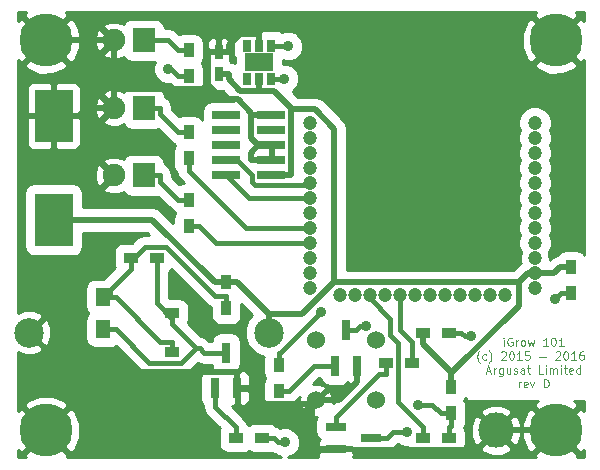
<source format=gtl>
%TF.GenerationSoftware,KiCad,Pcbnew,4.0.3+e1-6302~38~ubuntu16.04.1-stable*%
%TF.CreationDate,2016-08-30T13:53:10+01:00*%
%TF.ProjectId,igrow-101,6967726F772D3130312E6B696361645F,101*%
%TF.FileFunction,Copper,L1,Top,Signal*%
%FSLAX46Y46*%
G04 Gerber Fmt 4.6, Leading zero omitted, Abs format (unit mm)*
G04 Created by KiCad (PCBNEW 4.0.3+e1-6302~38~ubuntu16.04.1-stable) date Tue Aug 30 13:53:10 2016*
%MOMM*%
%LPD*%
G01*
G04 APERTURE LIST*
%ADD10C,0.100000*%
%ADD11C,0.125000*%
%ADD12R,0.750000X1.200000*%
%ADD13R,3.299460X4.500880*%
%ADD14R,3.299460X4.498340*%
%ADD15R,0.900000X1.200000*%
%ADD16R,1.200000X0.900000*%
%ADD17C,1.524000*%
%ADD18R,1.300000X1.500000*%
%ADD19R,2.400000X0.740000*%
%ADD20R,1.220000X0.910000*%
%ADD21R,1.900000X2.000000*%
%ADD22C,1.900000*%
%ADD23C,4.500000*%
%ADD24R,0.800100X1.800860*%
%ADD25R,1.800860X0.800100*%
%ADD26C,3.000000*%
%ADD27R,0.800000X1.000000*%
%ADD28R,2.400000X1.500000*%
%ADD29C,1.200000*%
%ADD30C,2.500000*%
%ADD31C,0.889000*%
%ADD32C,0.500000*%
%ADD33C,0.381000*%
%ADD34C,0.254000*%
G04 APERTURE END LIST*
D10*
D11*
X173378334Y-122379167D02*
X173378334Y-121912500D01*
X173378334Y-121679167D02*
X173345000Y-121712500D01*
X173378334Y-121745833D01*
X173411667Y-121712500D01*
X173378334Y-121679167D01*
X173378334Y-121745833D01*
X174078333Y-121712500D02*
X174011667Y-121679167D01*
X173911667Y-121679167D01*
X173811667Y-121712500D01*
X173745000Y-121779167D01*
X173711667Y-121845833D01*
X173678333Y-121979167D01*
X173678333Y-122079167D01*
X173711667Y-122212500D01*
X173745000Y-122279167D01*
X173811667Y-122345833D01*
X173911667Y-122379167D01*
X173978333Y-122379167D01*
X174078333Y-122345833D01*
X174111667Y-122312500D01*
X174111667Y-122079167D01*
X173978333Y-122079167D01*
X174411667Y-122379167D02*
X174411667Y-121912500D01*
X174411667Y-122045833D02*
X174445000Y-121979167D01*
X174478333Y-121945833D01*
X174545000Y-121912500D01*
X174611667Y-121912500D01*
X174945000Y-122379167D02*
X174878333Y-122345833D01*
X174845000Y-122312500D01*
X174811666Y-122245833D01*
X174811666Y-122045833D01*
X174845000Y-121979167D01*
X174878333Y-121945833D01*
X174945000Y-121912500D01*
X175045000Y-121912500D01*
X175111666Y-121945833D01*
X175145000Y-121979167D01*
X175178333Y-122045833D01*
X175178333Y-122245833D01*
X175145000Y-122312500D01*
X175111666Y-122345833D01*
X175045000Y-122379167D01*
X174945000Y-122379167D01*
X175411666Y-121912500D02*
X175544999Y-122379167D01*
X175678333Y-122045833D01*
X175811666Y-122379167D01*
X175944999Y-121912500D01*
X177111665Y-122379167D02*
X176711665Y-122379167D01*
X176911665Y-122379167D02*
X176911665Y-121679167D01*
X176844999Y-121779167D01*
X176778332Y-121845833D01*
X176711665Y-121879167D01*
X177544999Y-121679167D02*
X177611666Y-121679167D01*
X177678332Y-121712500D01*
X177711666Y-121745833D01*
X177744999Y-121812500D01*
X177778332Y-121945833D01*
X177778332Y-122112500D01*
X177744999Y-122245833D01*
X177711666Y-122312500D01*
X177678332Y-122345833D01*
X177611666Y-122379167D01*
X177544999Y-122379167D01*
X177478332Y-122345833D01*
X177444999Y-122312500D01*
X177411666Y-122245833D01*
X177378332Y-122112500D01*
X177378332Y-121945833D01*
X177411666Y-121812500D01*
X177444999Y-121745833D01*
X177478332Y-121712500D01*
X177544999Y-121679167D01*
X178444999Y-122379167D02*
X178044999Y-122379167D01*
X178244999Y-122379167D02*
X178244999Y-121679167D01*
X178178333Y-121779167D01*
X178111666Y-121845833D01*
X178044999Y-121879167D01*
X171328333Y-123820833D02*
X171294999Y-123787500D01*
X171228333Y-123687500D01*
X171194999Y-123620833D01*
X171161666Y-123520833D01*
X171128333Y-123354167D01*
X171128333Y-123220833D01*
X171161666Y-123054167D01*
X171194999Y-122954167D01*
X171228333Y-122887500D01*
X171294999Y-122787500D01*
X171328333Y-122754167D01*
X171895000Y-123520833D02*
X171828333Y-123554167D01*
X171695000Y-123554167D01*
X171628333Y-123520833D01*
X171595000Y-123487500D01*
X171561666Y-123420833D01*
X171561666Y-123220833D01*
X171595000Y-123154167D01*
X171628333Y-123120833D01*
X171695000Y-123087500D01*
X171828333Y-123087500D01*
X171895000Y-123120833D01*
X172128333Y-123820833D02*
X172161666Y-123787500D01*
X172228333Y-123687500D01*
X172261666Y-123620833D01*
X172295000Y-123520833D01*
X172328333Y-123354167D01*
X172328333Y-123220833D01*
X172295000Y-123054167D01*
X172261666Y-122954167D01*
X172228333Y-122887500D01*
X172161666Y-122787500D01*
X172128333Y-122754167D01*
X173161666Y-122920833D02*
X173195000Y-122887500D01*
X173261666Y-122854167D01*
X173428333Y-122854167D01*
X173495000Y-122887500D01*
X173528333Y-122920833D01*
X173561666Y-122987500D01*
X173561666Y-123054167D01*
X173528333Y-123154167D01*
X173128333Y-123554167D01*
X173561666Y-123554167D01*
X173995000Y-122854167D02*
X174061667Y-122854167D01*
X174128333Y-122887500D01*
X174161667Y-122920833D01*
X174195000Y-122987500D01*
X174228333Y-123120833D01*
X174228333Y-123287500D01*
X174195000Y-123420833D01*
X174161667Y-123487500D01*
X174128333Y-123520833D01*
X174061667Y-123554167D01*
X173995000Y-123554167D01*
X173928333Y-123520833D01*
X173895000Y-123487500D01*
X173861667Y-123420833D01*
X173828333Y-123287500D01*
X173828333Y-123120833D01*
X173861667Y-122987500D01*
X173895000Y-122920833D01*
X173928333Y-122887500D01*
X173995000Y-122854167D01*
X174895000Y-123554167D02*
X174495000Y-123554167D01*
X174695000Y-123554167D02*
X174695000Y-122854167D01*
X174628334Y-122954167D01*
X174561667Y-123020833D01*
X174495000Y-123054167D01*
X175528334Y-122854167D02*
X175195001Y-122854167D01*
X175161667Y-123187500D01*
X175195001Y-123154167D01*
X175261667Y-123120833D01*
X175428334Y-123120833D01*
X175495001Y-123154167D01*
X175528334Y-123187500D01*
X175561667Y-123254167D01*
X175561667Y-123420833D01*
X175528334Y-123487500D01*
X175495001Y-123520833D01*
X175428334Y-123554167D01*
X175261667Y-123554167D01*
X175195001Y-123520833D01*
X175161667Y-123487500D01*
X176395001Y-123287500D02*
X176928334Y-123287500D01*
X177761667Y-122920833D02*
X177795001Y-122887500D01*
X177861667Y-122854167D01*
X178028334Y-122854167D01*
X178095001Y-122887500D01*
X178128334Y-122920833D01*
X178161667Y-122987500D01*
X178161667Y-123054167D01*
X178128334Y-123154167D01*
X177728334Y-123554167D01*
X178161667Y-123554167D01*
X178595001Y-122854167D02*
X178661668Y-122854167D01*
X178728334Y-122887500D01*
X178761668Y-122920833D01*
X178795001Y-122987500D01*
X178828334Y-123120833D01*
X178828334Y-123287500D01*
X178795001Y-123420833D01*
X178761668Y-123487500D01*
X178728334Y-123520833D01*
X178661668Y-123554167D01*
X178595001Y-123554167D01*
X178528334Y-123520833D01*
X178495001Y-123487500D01*
X178461668Y-123420833D01*
X178428334Y-123287500D01*
X178428334Y-123120833D01*
X178461668Y-122987500D01*
X178495001Y-122920833D01*
X178528334Y-122887500D01*
X178595001Y-122854167D01*
X179495001Y-123554167D02*
X179095001Y-123554167D01*
X179295001Y-123554167D02*
X179295001Y-122854167D01*
X179228335Y-122954167D01*
X179161668Y-123020833D01*
X179095001Y-123054167D01*
X180095002Y-122854167D02*
X179961668Y-122854167D01*
X179895002Y-122887500D01*
X179861668Y-122920833D01*
X179795002Y-123020833D01*
X179761668Y-123154167D01*
X179761668Y-123420833D01*
X179795002Y-123487500D01*
X179828335Y-123520833D01*
X179895002Y-123554167D01*
X180028335Y-123554167D01*
X180095002Y-123520833D01*
X180128335Y-123487500D01*
X180161668Y-123420833D01*
X180161668Y-123254167D01*
X180128335Y-123187500D01*
X180095002Y-123154167D01*
X180028335Y-123120833D01*
X179895002Y-123120833D01*
X179828335Y-123154167D01*
X179795002Y-123187500D01*
X179761668Y-123254167D01*
X171911668Y-124529167D02*
X172245002Y-124529167D01*
X171845002Y-124729167D02*
X172078335Y-124029167D01*
X172311668Y-124729167D01*
X172545002Y-124729167D02*
X172545002Y-124262500D01*
X172545002Y-124395833D02*
X172578335Y-124329167D01*
X172611668Y-124295833D01*
X172678335Y-124262500D01*
X172745002Y-124262500D01*
X173278335Y-124262500D02*
X173278335Y-124829167D01*
X173245001Y-124895833D01*
X173211668Y-124929167D01*
X173145001Y-124962500D01*
X173045001Y-124962500D01*
X172978335Y-124929167D01*
X173278335Y-124695833D02*
X173211668Y-124729167D01*
X173078335Y-124729167D01*
X173011668Y-124695833D01*
X172978335Y-124662500D01*
X172945001Y-124595833D01*
X172945001Y-124395833D01*
X172978335Y-124329167D01*
X173011668Y-124295833D01*
X173078335Y-124262500D01*
X173211668Y-124262500D01*
X173278335Y-124295833D01*
X173911668Y-124262500D02*
X173911668Y-124729167D01*
X173611668Y-124262500D02*
X173611668Y-124629167D01*
X173645001Y-124695833D01*
X173711668Y-124729167D01*
X173811668Y-124729167D01*
X173878334Y-124695833D01*
X173911668Y-124662500D01*
X174211667Y-124695833D02*
X174278334Y-124729167D01*
X174411667Y-124729167D01*
X174478334Y-124695833D01*
X174511667Y-124629167D01*
X174511667Y-124595833D01*
X174478334Y-124529167D01*
X174411667Y-124495833D01*
X174311667Y-124495833D01*
X174245001Y-124462500D01*
X174211667Y-124395833D01*
X174211667Y-124362500D01*
X174245001Y-124295833D01*
X174311667Y-124262500D01*
X174411667Y-124262500D01*
X174478334Y-124295833D01*
X175111668Y-124729167D02*
X175111668Y-124362500D01*
X175078334Y-124295833D01*
X175011668Y-124262500D01*
X174878334Y-124262500D01*
X174811668Y-124295833D01*
X175111668Y-124695833D02*
X175045001Y-124729167D01*
X174878334Y-124729167D01*
X174811668Y-124695833D01*
X174778334Y-124629167D01*
X174778334Y-124562500D01*
X174811668Y-124495833D01*
X174878334Y-124462500D01*
X175045001Y-124462500D01*
X175111668Y-124429167D01*
X175345001Y-124262500D02*
X175611667Y-124262500D01*
X175445001Y-124029167D02*
X175445001Y-124629167D01*
X175478334Y-124695833D01*
X175545001Y-124729167D01*
X175611667Y-124729167D01*
X176711667Y-124729167D02*
X176378334Y-124729167D01*
X176378334Y-124029167D01*
X176945001Y-124729167D02*
X176945001Y-124262500D01*
X176945001Y-124029167D02*
X176911667Y-124062500D01*
X176945001Y-124095833D01*
X176978334Y-124062500D01*
X176945001Y-124029167D01*
X176945001Y-124095833D01*
X177278334Y-124729167D02*
X177278334Y-124262500D01*
X177278334Y-124329167D02*
X177311667Y-124295833D01*
X177378334Y-124262500D01*
X177478334Y-124262500D01*
X177545000Y-124295833D01*
X177578334Y-124362500D01*
X177578334Y-124729167D01*
X177578334Y-124362500D02*
X177611667Y-124295833D01*
X177678334Y-124262500D01*
X177778334Y-124262500D01*
X177845000Y-124295833D01*
X177878334Y-124362500D01*
X177878334Y-124729167D01*
X178211667Y-124729167D02*
X178211667Y-124262500D01*
X178211667Y-124029167D02*
X178178333Y-124062500D01*
X178211667Y-124095833D01*
X178245000Y-124062500D01*
X178211667Y-124029167D01*
X178211667Y-124095833D01*
X178445000Y-124262500D02*
X178711666Y-124262500D01*
X178545000Y-124029167D02*
X178545000Y-124629167D01*
X178578333Y-124695833D01*
X178645000Y-124729167D01*
X178711666Y-124729167D01*
X179211666Y-124695833D02*
X179145000Y-124729167D01*
X179011666Y-124729167D01*
X178945000Y-124695833D01*
X178911666Y-124629167D01*
X178911666Y-124362500D01*
X178945000Y-124295833D01*
X179011666Y-124262500D01*
X179145000Y-124262500D01*
X179211666Y-124295833D01*
X179245000Y-124362500D01*
X179245000Y-124429167D01*
X178911666Y-124495833D01*
X179845000Y-124729167D02*
X179845000Y-124029167D01*
X179845000Y-124695833D02*
X179778333Y-124729167D01*
X179645000Y-124729167D01*
X179578333Y-124695833D01*
X179545000Y-124662500D01*
X179511666Y-124595833D01*
X179511666Y-124395833D01*
X179545000Y-124329167D01*
X179578333Y-124295833D01*
X179645000Y-124262500D01*
X179778333Y-124262500D01*
X179845000Y-124295833D01*
X174661668Y-125904167D02*
X174661668Y-125437500D01*
X174661668Y-125570833D02*
X174695001Y-125504167D01*
X174728334Y-125470833D01*
X174795001Y-125437500D01*
X174861668Y-125437500D01*
X175361667Y-125870833D02*
X175295001Y-125904167D01*
X175161667Y-125904167D01*
X175095001Y-125870833D01*
X175061667Y-125804167D01*
X175061667Y-125537500D01*
X175095001Y-125470833D01*
X175161667Y-125437500D01*
X175295001Y-125437500D01*
X175361667Y-125470833D01*
X175395001Y-125537500D01*
X175395001Y-125604167D01*
X175061667Y-125670833D01*
X175628334Y-125437500D02*
X175795001Y-125904167D01*
X175961667Y-125437500D01*
X176761667Y-125904167D02*
X176761667Y-125204167D01*
X176928333Y-125204167D01*
X177028333Y-125237500D01*
X177095000Y-125304167D01*
X177128333Y-125370833D01*
X177161667Y-125504167D01*
X177161667Y-125604167D01*
X177128333Y-125737500D01*
X177095000Y-125804167D01*
X177028333Y-125870833D01*
X176928333Y-125904167D01*
X176761667Y-125904167D01*
D12*
X149225000Y-99375000D03*
X149225000Y-97475000D03*
D13*
X135255000Y-102915720D03*
D14*
X135255000Y-111714280D03*
D15*
X168910000Y-125900000D03*
X168910000Y-128100000D03*
D16*
X166540000Y-130175000D03*
X168740000Y-130175000D03*
X150665000Y-130175000D03*
X152865000Y-130175000D03*
D15*
X149860000Y-117010000D03*
X149860000Y-119210000D03*
X146685000Y-112225000D03*
X146685000Y-110025000D03*
D16*
X141775000Y-114935000D03*
X143975000Y-114935000D03*
D15*
X146685000Y-106510000D03*
X146685000Y-104310000D03*
X146685000Y-99525000D03*
X146685000Y-97325000D03*
X154305000Y-126195000D03*
X154305000Y-123995000D03*
D16*
X163365000Y-123825000D03*
X165565000Y-123825000D03*
X166540000Y-121285000D03*
X168740000Y-121285000D03*
D17*
X162560000Y-127000000D03*
X157480000Y-127000000D03*
X157480000Y-121920000D03*
X162560000Y-121920000D03*
D18*
X139446000Y-118284000D03*
X139446000Y-120984000D03*
D19*
X153670000Y-107950000D03*
X149860000Y-107950000D03*
X153670000Y-106680000D03*
X149860000Y-106680000D03*
X153670000Y-105410000D03*
X149860000Y-105410000D03*
X153670000Y-104140000D03*
X149860000Y-104140000D03*
X153670000Y-102870000D03*
X149860000Y-102870000D03*
D20*
X145288000Y-119634000D03*
X145288000Y-122910600D03*
D21*
X142875000Y-107950000D03*
D22*
X140335000Y-107950000D03*
D21*
X142875000Y-102235000D03*
D22*
X140335000Y-102235000D03*
D21*
X142875000Y-96520000D03*
D22*
X140335000Y-96520000D03*
D15*
X179070000Y-115740000D03*
X179070000Y-117940000D03*
D23*
X134620000Y-96520000D03*
X134620000Y-129540000D03*
X177800000Y-129540000D03*
X177800000Y-96520000D03*
D24*
X148910000Y-125961140D03*
X150810000Y-125961140D03*
X149860000Y-122958860D03*
X159070000Y-124056140D03*
X160970000Y-124056140D03*
X160020000Y-121053860D03*
D25*
X159153860Y-129225000D03*
X159153860Y-131125000D03*
X162156140Y-130175000D03*
D26*
X172720000Y-129540000D03*
D27*
X153670000Y-96955000D03*
X152670000Y-96955000D03*
X151670000Y-96955000D03*
X151670000Y-99755000D03*
X152670000Y-99755000D03*
X153670000Y-99755000D03*
D28*
X152670000Y-98355000D03*
D29*
X176000000Y-103500000D03*
X176000000Y-104770000D03*
X176000000Y-106040000D03*
X176000000Y-107310000D03*
X176000000Y-108580000D03*
X176000000Y-109850000D03*
X176000000Y-111120000D03*
X176000000Y-112390000D03*
X176000000Y-113660000D03*
X176000000Y-114930000D03*
X176000000Y-116200000D03*
X176000000Y-117470000D03*
X173460000Y-118105000D03*
X172190000Y-118105000D03*
X170920000Y-118105000D03*
X169650000Y-118105000D03*
X168380000Y-118105000D03*
X167110000Y-118105000D03*
X165840000Y-118105000D03*
X164570000Y-118105000D03*
X163300000Y-118105000D03*
X162030000Y-118105000D03*
X160760000Y-118105000D03*
X159490000Y-118105000D03*
X156950000Y-117470000D03*
X156950000Y-116200000D03*
X156950000Y-114930000D03*
X156950000Y-113660000D03*
X156950000Y-112390000D03*
X156950000Y-111120000D03*
X156950000Y-109850000D03*
X156950000Y-108580000D03*
X156950000Y-107310000D03*
X156950000Y-106040000D03*
X156950000Y-104770000D03*
X156950000Y-103500000D03*
D30*
X153500000Y-121250000D03*
X133180000Y-121250000D03*
D31*
X166087100Y-127404400D03*
X154837700Y-130554600D03*
X154792900Y-99755000D03*
X155140200Y-96991800D03*
X161715600Y-120689800D03*
X165220400Y-129694000D03*
X144974600Y-98968100D03*
X157873800Y-119523300D03*
X170619800Y-121563900D03*
X177671200Y-118431200D03*
D32*
X172720000Y-129540000D02*
X177800000Y-129540000D01*
X171067500Y-131192500D02*
X172720000Y-129540000D01*
X160626100Y-131192500D02*
X171067500Y-131192500D01*
X160558600Y-131125000D02*
X160626100Y-131192500D01*
X159856300Y-131125000D02*
X160558600Y-131125000D01*
X159856300Y-131125000D02*
X159153900Y-131125000D01*
X135255000Y-102915700D02*
X137409000Y-102915700D01*
X150896300Y-125961100D02*
X151714400Y-125961100D01*
X150896300Y-125961100D02*
X150810000Y-125961100D01*
X150810000Y-125961100D02*
X150810000Y-124556400D01*
X153670000Y-105410000D02*
X152817900Y-105410000D01*
X153670000Y-106680000D02*
X151965700Y-106680000D01*
X159153900Y-131125000D02*
X157749200Y-131125000D01*
X157149900Y-130525700D02*
X157749200Y-131125000D01*
X157149900Y-127330100D02*
X157149900Y-130525700D01*
X153083400Y-127330100D02*
X157149900Y-127330100D01*
X151714400Y-125961100D02*
X153083400Y-127330100D01*
X136863600Y-127296400D02*
X134620000Y-129540000D01*
X136863600Y-124933600D02*
X136863600Y-127296400D01*
X133180000Y-121250000D02*
X136863600Y-124933600D01*
X137240800Y-124556400D02*
X150810000Y-124556400D01*
X136863600Y-124933600D02*
X137240800Y-124556400D01*
X134620000Y-96520000D02*
X140335000Y-96520000D01*
X150104300Y-96897900D02*
X150104300Y-97475000D01*
X151051500Y-95950700D02*
X150104300Y-96897900D01*
X152670000Y-95950700D02*
X151051500Y-95950700D01*
X152670000Y-96955000D02*
X152670000Y-95950700D01*
X149664700Y-97475000D02*
X150104300Y-97475000D01*
X153670000Y-102870000D02*
X151965700Y-102870000D01*
X151965700Y-104801300D02*
X152574400Y-105410000D01*
X151965700Y-102870000D02*
X151965700Y-104801300D01*
X152817900Y-105410000D02*
X152574400Y-105410000D01*
X151965700Y-106018700D02*
X151965700Y-106680000D01*
X152574400Y-105410000D02*
X151965700Y-106018700D01*
X138089700Y-102235000D02*
X137409000Y-102915700D01*
X140335000Y-102235000D02*
X138089700Y-102235000D01*
X149664700Y-97475000D02*
X149225000Y-97475000D01*
X149225000Y-97475000D02*
X148345700Y-97475000D01*
X140335000Y-102235000D02*
X140335000Y-100657600D01*
X140335000Y-100657600D02*
X140335000Y-96520000D01*
X147940200Y-100657600D02*
X148345700Y-100252100D01*
X140335000Y-100657600D02*
X147940200Y-100657600D01*
X148345700Y-97475000D02*
X148345700Y-100252100D01*
X151965700Y-102631100D02*
X151965700Y-102870000D01*
X150848300Y-101513700D02*
X151965700Y-102631100D01*
X149607300Y-101513700D02*
X150848300Y-101513700D01*
X148345700Y-100252100D02*
X149607300Y-101513700D01*
X157149900Y-127330100D02*
X157480000Y-127000000D01*
X159430800Y-127000000D02*
X160970000Y-125460800D01*
X157480000Y-127000000D02*
X159430800Y-127000000D01*
X160970000Y-124056100D02*
X160970000Y-125460800D01*
X179070000Y-115740000D02*
X178115700Y-115740000D01*
X152670000Y-99755000D02*
X152670000Y-100759300D01*
X149225000Y-99375000D02*
X150104300Y-99375000D01*
X166540000Y-121285000D02*
X166540000Y-122239300D01*
X168910000Y-125900000D02*
X168910000Y-124795700D01*
X177655700Y-116200000D02*
X176000000Y-116200000D01*
X178115700Y-115740000D02*
X177655700Y-116200000D01*
X168910000Y-124609200D02*
X168910000Y-124795700D01*
X168909900Y-124609200D02*
X166540000Y-122239300D01*
X168910000Y-124609200D02*
X168909900Y-124609200D01*
X169014400Y-124609200D02*
X168910000Y-124609200D01*
X174619900Y-119003700D02*
X169014400Y-124609200D01*
X174619900Y-116993800D02*
X174619900Y-119003700D01*
X175413700Y-116200000D02*
X176000000Y-116200000D01*
X174619900Y-116993800D02*
X175413700Y-116200000D01*
X149860000Y-117010000D02*
X148905700Y-117010000D01*
X143610000Y-111714300D02*
X148905700Y-117010000D01*
X135255000Y-111714300D02*
X143610000Y-111714300D01*
X151049000Y-100759300D02*
X152670000Y-100759300D01*
X150104300Y-99814600D02*
X151049000Y-100759300D01*
X150104300Y-99375000D02*
X150104300Y-99814600D01*
X149860000Y-117010000D02*
X150814300Y-117010000D01*
X153500000Y-121250000D02*
X153500000Y-119695700D01*
X153500000Y-119695700D02*
X150814300Y-117010000D01*
X174619900Y-116993800D02*
X158988000Y-116993800D01*
X156286100Y-119695700D02*
X153500000Y-119695700D01*
X158988000Y-116993800D02*
X156286100Y-119695700D01*
X153670000Y-107950000D02*
X155374300Y-107950000D01*
X157359700Y-102348000D02*
X155374300Y-102348000D01*
X158988000Y-103976300D02*
X157359700Y-102348000D01*
X158988000Y-116993800D02*
X158988000Y-103976300D01*
X155374300Y-102255500D02*
X155374300Y-102348000D01*
X153878100Y-100759300D02*
X155374300Y-102255500D01*
X152670000Y-100759300D02*
X153878100Y-100759300D01*
X155374300Y-102348000D02*
X155374300Y-107950000D01*
D33*
X149860000Y-122958900D02*
X149437600Y-122958900D01*
X139446000Y-120984000D02*
X140540800Y-120984000D01*
X147325000Y-122570700D02*
X145288000Y-120533800D01*
X147622000Y-122570700D02*
X147325000Y-122570700D01*
X148010200Y-122958900D02*
X147622000Y-122570700D01*
X149437600Y-122958900D02*
X148010200Y-122958900D01*
X143367300Y-123810500D02*
X140540800Y-120984000D01*
X146085200Y-123810500D02*
X143367300Y-123810500D01*
X147325000Y-122570700D02*
X146085200Y-123810500D01*
X145288000Y-119634000D02*
X145288000Y-120083900D01*
X145288000Y-120083900D02*
X145288000Y-120533800D01*
X143975000Y-118770900D02*
X143975000Y-114935000D01*
X145288000Y-120083900D02*
X143975000Y-118770900D01*
X144267600Y-122010800D02*
X140540800Y-118284000D01*
X145288000Y-122010800D02*
X144267600Y-122010800D01*
X145288000Y-122910600D02*
X145288000Y-122010800D01*
X139446000Y-118284000D02*
X139993400Y-118284000D01*
X139993400Y-118284000D02*
X140540800Y-118284000D01*
X139993400Y-117611400D02*
X141775000Y-115829800D01*
X139993400Y-118284000D02*
X139993400Y-117611400D01*
X141775000Y-115223500D02*
X141775000Y-115829800D01*
X141775000Y-115223500D02*
X141775000Y-115194300D01*
X141775000Y-114935000D02*
X141775000Y-115194300D01*
X148948000Y-118165200D02*
X149860000Y-118165200D01*
X144777500Y-113994700D02*
X148948000Y-118165200D01*
X142974600Y-113994700D02*
X144777500Y-113994700D01*
X141775000Y-115194300D02*
X142974600Y-113994700D01*
X149860000Y-119210000D02*
X149860000Y-118165200D01*
X144269800Y-108504600D02*
X145790200Y-110025000D01*
X144269800Y-107950000D02*
X144269800Y-108504600D01*
X146685000Y-110025000D02*
X145790200Y-110025000D01*
X142875000Y-107950000D02*
X144269800Y-107950000D01*
X144269800Y-102789600D02*
X145790200Y-104310000D01*
X144269800Y-102235000D02*
X144269800Y-102789600D01*
X146685000Y-104310000D02*
X145790200Y-104310000D01*
X142875000Y-102235000D02*
X144269800Y-102235000D01*
X151760000Y-109850000D02*
X149860000Y-107950000D01*
X156950000Y-109850000D02*
X151760000Y-109850000D01*
X150815700Y-106680000D02*
X149860000Y-106680000D01*
X152025100Y-107889400D02*
X150815700Y-106680000D01*
X152025100Y-108519200D02*
X152025100Y-107889400D01*
X152270800Y-108764900D02*
X152025100Y-108519200D01*
X156765100Y-108764900D02*
X152270800Y-108764900D01*
X156950000Y-108580000D02*
X156765100Y-108764900D01*
X148910000Y-127525200D02*
X150665000Y-129280200D01*
X148910000Y-125961100D02*
X148910000Y-127525200D01*
X150665000Y-130175000D02*
X150665000Y-129280200D01*
X157338700Y-124056100D02*
X155199800Y-126195000D01*
X159070000Y-124056100D02*
X157338700Y-124056100D01*
X154305000Y-126195000D02*
X155199800Y-126195000D01*
X162814300Y-124719800D02*
X163365000Y-124719800D01*
X159153900Y-128380200D02*
X162814300Y-124719800D01*
X163365000Y-123825000D02*
X163365000Y-124719800D01*
X159153900Y-129225000D02*
X159153900Y-128380200D01*
X168875400Y-129144800D02*
X168910000Y-129144800D01*
X168740000Y-129280200D02*
X168875400Y-129144800D01*
X168740000Y-130175000D02*
X168740000Y-129280200D01*
X168910000Y-128100000D02*
X168910000Y-129144800D01*
X167319600Y-127404400D02*
X168015200Y-128100000D01*
X166087100Y-127404400D02*
X167319600Y-127404400D01*
X168910000Y-128100000D02*
X168015200Y-128100000D01*
X154289400Y-130554600D02*
X153909800Y-130175000D01*
X154837700Y-130554600D02*
X154289400Y-130554600D01*
X152865000Y-130175000D02*
X153909800Y-130175000D01*
X165565000Y-123825000D02*
X165565000Y-122930200D01*
X164570000Y-121036900D02*
X164570000Y-118105000D01*
X165565000Y-122031900D02*
X164570000Y-121036900D01*
X165565000Y-122930200D02*
X165565000Y-122031900D01*
X153670000Y-99755000D02*
X154514800Y-99755000D01*
X154514800Y-99755000D02*
X154792900Y-99755000D01*
X154551600Y-96991800D02*
X154514800Y-96955000D01*
X155140200Y-96991800D02*
X154551600Y-96991800D01*
X153670000Y-96955000D02*
X154514800Y-96955000D01*
X144985200Y-96520000D02*
X145790200Y-97325000D01*
X142875000Y-96520000D02*
X144985200Y-96520000D01*
X146685000Y-97325000D02*
X145790200Y-97325000D01*
X160020000Y-121053900D02*
X160864900Y-121053900D01*
X161229000Y-120689800D02*
X161715600Y-120689800D01*
X160864900Y-121053900D02*
X161229000Y-120689800D01*
X162156100Y-130175000D02*
X163501300Y-130175000D01*
X163982300Y-129694000D02*
X165220400Y-129694000D01*
X163501300Y-130175000D02*
X163982300Y-129694000D01*
X164409900Y-127150100D02*
X166540000Y-129280200D01*
X164409900Y-122128000D02*
X164409900Y-127150100D01*
X163766900Y-121485000D02*
X164409900Y-122128000D01*
X163766900Y-120103100D02*
X163766900Y-121485000D01*
X162030000Y-118366200D02*
X163766900Y-120103100D01*
X162030000Y-118105000D02*
X162030000Y-118366200D01*
X166540000Y-130175000D02*
X166540000Y-129280200D01*
X149014800Y-113660000D02*
X147579800Y-112225000D01*
X156950000Y-113660000D02*
X149014800Y-113660000D01*
X146685000Y-112225000D02*
X147579800Y-112225000D01*
X151520200Y-112390000D02*
X146685000Y-107554800D01*
X156950000Y-112390000D02*
X151520200Y-112390000D01*
X146685000Y-106510000D02*
X146685000Y-107554800D01*
X145233300Y-98968100D02*
X145790200Y-99525000D01*
X144974600Y-98968100D02*
X145233300Y-98968100D01*
X146685000Y-99525000D02*
X145790200Y-99525000D01*
X154305000Y-123995000D02*
X154305000Y-122950200D01*
X154446900Y-122950200D02*
X157873800Y-119523300D01*
X154305000Y-122950200D02*
X154446900Y-122950200D01*
X170063700Y-121563900D02*
X169784800Y-121285000D01*
X170619800Y-121563900D02*
X170063700Y-121563900D01*
X168740000Y-121285000D02*
X169784800Y-121285000D01*
X177684000Y-118431200D02*
X178175200Y-117940000D01*
X177671200Y-118431200D02*
X177684000Y-118431200D01*
X179070000Y-117940000D02*
X178175200Y-117940000D01*
D34*
G36*
X148228519Y-118884681D02*
X148558620Y-119105247D01*
X148566799Y-119106874D01*
X148566799Y-119810000D01*
X148624465Y-120116468D01*
X148805587Y-120397939D01*
X149081948Y-120586769D01*
X149410000Y-120653201D01*
X150310000Y-120653201D01*
X150616468Y-120595535D01*
X150897939Y-120414413D01*
X151086769Y-120138052D01*
X151153201Y-119810000D01*
X151153201Y-118872009D01*
X152046948Y-119765756D01*
X151740232Y-120071938D01*
X151423361Y-120835047D01*
X151422640Y-121661328D01*
X151738178Y-122424989D01*
X152321938Y-123009768D01*
X153030250Y-123303885D01*
X153011799Y-123395000D01*
X153011799Y-124595000D01*
X153069465Y-124901468D01*
X153194833Y-125096295D01*
X153078231Y-125266948D01*
X153011799Y-125595000D01*
X153011799Y-126795000D01*
X153069465Y-127101468D01*
X153250587Y-127382939D01*
X153526948Y-127571769D01*
X153855000Y-127638201D01*
X154755000Y-127638201D01*
X155061468Y-127580535D01*
X155342939Y-127399413D01*
X155513254Y-127150150D01*
X155589180Y-127135047D01*
X155919281Y-126914481D01*
X156087160Y-126746602D01*
X156070856Y-126792302D01*
X156098638Y-127347368D01*
X156257603Y-127731143D01*
X156499787Y-127800608D01*
X157300395Y-127000000D01*
X157286253Y-126985858D01*
X157465858Y-126806253D01*
X157480000Y-126820395D01*
X158280608Y-126019787D01*
X158211143Y-125777603D01*
X157687698Y-125590856D01*
X157219470Y-125614292D01*
X157760162Y-125073600D01*
X157848770Y-125073600D01*
X157884415Y-125263038D01*
X158065537Y-125544509D01*
X158341898Y-125733339D01*
X158669950Y-125799771D01*
X159470050Y-125799771D01*
X159776518Y-125742105D01*
X160057989Y-125560983D01*
X160146621Y-125431266D01*
X160210252Y-125494897D01*
X160443641Y-125591570D01*
X160503568Y-125591570D01*
X158889063Y-127206075D01*
X158861362Y-126652632D01*
X158702397Y-126268857D01*
X158460213Y-126199392D01*
X157659605Y-127000000D01*
X157673748Y-127014143D01*
X157494143Y-127193748D01*
X157480000Y-127179605D01*
X156679392Y-127980213D01*
X156748857Y-128222397D01*
X157272302Y-128409144D01*
X157545980Y-128395446D01*
X157476661Y-128496898D01*
X157410229Y-128824950D01*
X157410229Y-129625050D01*
X157467895Y-129931518D01*
X157649017Y-130212989D01*
X157778734Y-130301621D01*
X157715103Y-130365252D01*
X157618430Y-130598641D01*
X157618430Y-130839250D01*
X157777180Y-130998000D01*
X159026860Y-130998000D01*
X159026860Y-130978000D01*
X159280860Y-130978000D01*
X159280860Y-130998000D01*
X159300860Y-130998000D01*
X159300860Y-131252000D01*
X159280860Y-131252000D01*
X159280860Y-131272000D01*
X159026860Y-131272000D01*
X159026860Y-131252000D01*
X157777180Y-131252000D01*
X157618430Y-131410750D01*
X157618430Y-131651359D01*
X157685384Y-131813000D01*
X155121744Y-131813000D01*
X155557006Y-131633154D01*
X155914997Y-131275787D01*
X156108979Y-130808627D01*
X156109420Y-130302793D01*
X155916254Y-129835294D01*
X155558887Y-129477303D01*
X155091727Y-129283321D01*
X154585893Y-129282880D01*
X154453054Y-129337768D01*
X154299180Y-129234953D01*
X154107925Y-129196910D01*
X154069413Y-129137061D01*
X153793052Y-128948231D01*
X153465000Y-128881799D01*
X152265000Y-128881799D01*
X151958532Y-128939465D01*
X151763705Y-129064833D01*
X151620150Y-128966746D01*
X151605047Y-128890820D01*
X151384481Y-128560719D01*
X150320332Y-127496570D01*
X150524250Y-127496570D01*
X150683000Y-127337820D01*
X150683000Y-126088140D01*
X150937000Y-126088140D01*
X150937000Y-127337820D01*
X151095750Y-127496570D01*
X151336359Y-127496570D01*
X151569748Y-127399897D01*
X151748377Y-127221269D01*
X151845050Y-126987880D01*
X151845050Y-126246890D01*
X151686300Y-126088140D01*
X150937000Y-126088140D01*
X150683000Y-126088140D01*
X150663000Y-126088140D01*
X150663000Y-125834140D01*
X150683000Y-125834140D01*
X150683000Y-125814140D01*
X150937000Y-125814140D01*
X150937000Y-125834140D01*
X151686300Y-125834140D01*
X151845050Y-125675390D01*
X151845050Y-124934400D01*
X151748377Y-124701011D01*
X151569748Y-124522383D01*
X151336359Y-124425710D01*
X151095750Y-124425710D01*
X150937002Y-124584458D01*
X150937002Y-124425710D01*
X150873949Y-124425710D01*
X151036819Y-124187342D01*
X151103251Y-123859290D01*
X151103251Y-122058430D01*
X151045585Y-121751962D01*
X150864463Y-121470491D01*
X150588102Y-121281661D01*
X150260050Y-121215229D01*
X149459950Y-121215229D01*
X149153482Y-121272895D01*
X148872011Y-121454017D01*
X148683181Y-121730378D01*
X148640448Y-121941400D01*
X148431662Y-121941400D01*
X148341481Y-121851219D01*
X148011380Y-121630653D01*
X147777350Y-121584101D01*
X146648578Y-120455384D01*
X146674769Y-120417052D01*
X146741201Y-120089000D01*
X146741201Y-119179000D01*
X146683535Y-118872532D01*
X146502413Y-118591061D01*
X146226052Y-118402231D01*
X145898000Y-118335799D01*
X144992500Y-118335799D01*
X144992500Y-116099088D01*
X145162939Y-115989413D01*
X145232072Y-115888234D01*
X148228519Y-118884681D01*
X148228519Y-118884681D01*
G37*
X148228519Y-118884681D02*
X148558620Y-119105247D01*
X148566799Y-119106874D01*
X148566799Y-119810000D01*
X148624465Y-120116468D01*
X148805587Y-120397939D01*
X149081948Y-120586769D01*
X149410000Y-120653201D01*
X150310000Y-120653201D01*
X150616468Y-120595535D01*
X150897939Y-120414413D01*
X151086769Y-120138052D01*
X151153201Y-119810000D01*
X151153201Y-118872009D01*
X152046948Y-119765756D01*
X151740232Y-120071938D01*
X151423361Y-120835047D01*
X151422640Y-121661328D01*
X151738178Y-122424989D01*
X152321938Y-123009768D01*
X153030250Y-123303885D01*
X153011799Y-123395000D01*
X153011799Y-124595000D01*
X153069465Y-124901468D01*
X153194833Y-125096295D01*
X153078231Y-125266948D01*
X153011799Y-125595000D01*
X153011799Y-126795000D01*
X153069465Y-127101468D01*
X153250587Y-127382939D01*
X153526948Y-127571769D01*
X153855000Y-127638201D01*
X154755000Y-127638201D01*
X155061468Y-127580535D01*
X155342939Y-127399413D01*
X155513254Y-127150150D01*
X155589180Y-127135047D01*
X155919281Y-126914481D01*
X156087160Y-126746602D01*
X156070856Y-126792302D01*
X156098638Y-127347368D01*
X156257603Y-127731143D01*
X156499787Y-127800608D01*
X157300395Y-127000000D01*
X157286253Y-126985858D01*
X157465858Y-126806253D01*
X157480000Y-126820395D01*
X158280608Y-126019787D01*
X158211143Y-125777603D01*
X157687698Y-125590856D01*
X157219470Y-125614292D01*
X157760162Y-125073600D01*
X157848770Y-125073600D01*
X157884415Y-125263038D01*
X158065537Y-125544509D01*
X158341898Y-125733339D01*
X158669950Y-125799771D01*
X159470050Y-125799771D01*
X159776518Y-125742105D01*
X160057989Y-125560983D01*
X160146621Y-125431266D01*
X160210252Y-125494897D01*
X160443641Y-125591570D01*
X160503568Y-125591570D01*
X158889063Y-127206075D01*
X158861362Y-126652632D01*
X158702397Y-126268857D01*
X158460213Y-126199392D01*
X157659605Y-127000000D01*
X157673748Y-127014143D01*
X157494143Y-127193748D01*
X157480000Y-127179605D01*
X156679392Y-127980213D01*
X156748857Y-128222397D01*
X157272302Y-128409144D01*
X157545980Y-128395446D01*
X157476661Y-128496898D01*
X157410229Y-128824950D01*
X157410229Y-129625050D01*
X157467895Y-129931518D01*
X157649017Y-130212989D01*
X157778734Y-130301621D01*
X157715103Y-130365252D01*
X157618430Y-130598641D01*
X157618430Y-130839250D01*
X157777180Y-130998000D01*
X159026860Y-130998000D01*
X159026860Y-130978000D01*
X159280860Y-130978000D01*
X159280860Y-130998000D01*
X159300860Y-130998000D01*
X159300860Y-131252000D01*
X159280860Y-131252000D01*
X159280860Y-131272000D01*
X159026860Y-131272000D01*
X159026860Y-131252000D01*
X157777180Y-131252000D01*
X157618430Y-131410750D01*
X157618430Y-131651359D01*
X157685384Y-131813000D01*
X155121744Y-131813000D01*
X155557006Y-131633154D01*
X155914997Y-131275787D01*
X156108979Y-130808627D01*
X156109420Y-130302793D01*
X155916254Y-129835294D01*
X155558887Y-129477303D01*
X155091727Y-129283321D01*
X154585893Y-129282880D01*
X154453054Y-129337768D01*
X154299180Y-129234953D01*
X154107925Y-129196910D01*
X154069413Y-129137061D01*
X153793052Y-128948231D01*
X153465000Y-128881799D01*
X152265000Y-128881799D01*
X151958532Y-128939465D01*
X151763705Y-129064833D01*
X151620150Y-128966746D01*
X151605047Y-128890820D01*
X151384481Y-128560719D01*
X150320332Y-127496570D01*
X150524250Y-127496570D01*
X150683000Y-127337820D01*
X150683000Y-126088140D01*
X150937000Y-126088140D01*
X150937000Y-127337820D01*
X151095750Y-127496570D01*
X151336359Y-127496570D01*
X151569748Y-127399897D01*
X151748377Y-127221269D01*
X151845050Y-126987880D01*
X151845050Y-126246890D01*
X151686300Y-126088140D01*
X150937000Y-126088140D01*
X150683000Y-126088140D01*
X150663000Y-126088140D01*
X150663000Y-125834140D01*
X150683000Y-125834140D01*
X150683000Y-125814140D01*
X150937000Y-125814140D01*
X150937000Y-125834140D01*
X151686300Y-125834140D01*
X151845050Y-125675390D01*
X151845050Y-124934400D01*
X151748377Y-124701011D01*
X151569748Y-124522383D01*
X151336359Y-124425710D01*
X151095750Y-124425710D01*
X150937002Y-124584458D01*
X150937002Y-124425710D01*
X150873949Y-124425710D01*
X151036819Y-124187342D01*
X151103251Y-123859290D01*
X151103251Y-122058430D01*
X151045585Y-121751962D01*
X150864463Y-121470491D01*
X150588102Y-121281661D01*
X150260050Y-121215229D01*
X149459950Y-121215229D01*
X149153482Y-121272895D01*
X148872011Y-121454017D01*
X148683181Y-121730378D01*
X148640448Y-121941400D01*
X148431662Y-121941400D01*
X148341481Y-121851219D01*
X148011380Y-121630653D01*
X147777350Y-121584101D01*
X146648578Y-120455384D01*
X146674769Y-120417052D01*
X146741201Y-120089000D01*
X146741201Y-119179000D01*
X146683535Y-118872532D01*
X146502413Y-118591061D01*
X146226052Y-118402231D01*
X145898000Y-118335799D01*
X144992500Y-118335799D01*
X144992500Y-116099088D01*
X145162939Y-115989413D01*
X145232072Y-115888234D01*
X148228519Y-118884681D01*
G36*
X170134666Y-127037000D02*
X176298092Y-127037000D01*
X176175375Y-127087831D01*
X175924138Y-127484533D01*
X177800000Y-129360395D01*
X179675862Y-127484533D01*
X179424625Y-127087831D01*
X179300535Y-127037000D01*
X180200000Y-127037000D01*
X180200000Y-127882336D01*
X179855467Y-127664138D01*
X177979605Y-129540000D01*
X179855467Y-131415862D01*
X180200000Y-131197664D01*
X180200000Y-131813000D01*
X179538095Y-131813000D01*
X179675862Y-131595467D01*
X177800000Y-129719605D01*
X175924138Y-131595467D01*
X176061905Y-131813000D01*
X160622336Y-131813000D01*
X160689290Y-131651359D01*
X160689290Y-131410750D01*
X160530542Y-131252002D01*
X160689290Y-131252002D01*
X160689290Y-131188949D01*
X160927658Y-131351819D01*
X161255710Y-131418251D01*
X163056570Y-131418251D01*
X163363038Y-131360585D01*
X163644509Y-131179463D01*
X163656725Y-131161584D01*
X163890680Y-131115047D01*
X164220781Y-130894481D01*
X164403762Y-130711500D01*
X164439520Y-130711500D01*
X164499213Y-130771297D01*
X164966373Y-130965279D01*
X165176340Y-130965462D01*
X165335587Y-131212939D01*
X165611948Y-131401769D01*
X165940000Y-131468201D01*
X167140000Y-131468201D01*
X167446468Y-131410535D01*
X167641295Y-131285167D01*
X167811948Y-131401769D01*
X168140000Y-131468201D01*
X169340000Y-131468201D01*
X169646468Y-131410535D01*
X169927939Y-131229413D01*
X170047814Y-131053970D01*
X171385635Y-131053970D01*
X171545418Y-131372739D01*
X172336187Y-131682723D01*
X173185387Y-131666497D01*
X173894582Y-131372739D01*
X174054365Y-131053970D01*
X172720000Y-129719605D01*
X171385635Y-131053970D01*
X170047814Y-131053970D01*
X170116769Y-130953052D01*
X170183201Y-130625000D01*
X170183201Y-129725000D01*
X170125535Y-129418532D01*
X170001582Y-129225904D01*
X170049217Y-129156187D01*
X170577277Y-129156187D01*
X170593503Y-130005387D01*
X170887261Y-130714582D01*
X171206030Y-130874365D01*
X172540395Y-129540000D01*
X172899605Y-129540000D01*
X174233970Y-130874365D01*
X174552739Y-130714582D01*
X174862723Y-129923813D01*
X174846497Y-129074613D01*
X174806250Y-128977446D01*
X174912773Y-128977446D01*
X174917270Y-130125162D01*
X175347831Y-131164625D01*
X175744533Y-131415862D01*
X177620395Y-129540000D01*
X175744533Y-127664138D01*
X175347831Y-127915375D01*
X174912773Y-128977446D01*
X174806250Y-128977446D01*
X174552739Y-128365418D01*
X174233970Y-128205635D01*
X172899605Y-129540000D01*
X172540395Y-129540000D01*
X171206030Y-128205635D01*
X170887261Y-128365418D01*
X170577277Y-129156187D01*
X170049217Y-129156187D01*
X170136769Y-129028052D01*
X170203201Y-128700000D01*
X170203201Y-128026030D01*
X171385635Y-128026030D01*
X172720000Y-129360395D01*
X174054365Y-128026030D01*
X173894582Y-127707261D01*
X173103813Y-127397277D01*
X172254613Y-127413503D01*
X171545418Y-127707261D01*
X171385635Y-128026030D01*
X170203201Y-128026030D01*
X170203201Y-127500000D01*
X170145535Y-127193532D01*
X170020167Y-126998705D01*
X170134666Y-126831130D01*
X170134666Y-127037000D01*
X170134666Y-127037000D01*
G37*
X170134666Y-127037000D02*
X176298092Y-127037000D01*
X176175375Y-127087831D01*
X175924138Y-127484533D01*
X177800000Y-129360395D01*
X179675862Y-127484533D01*
X179424625Y-127087831D01*
X179300535Y-127037000D01*
X180200000Y-127037000D01*
X180200000Y-127882336D01*
X179855467Y-127664138D01*
X177979605Y-129540000D01*
X179855467Y-131415862D01*
X180200000Y-131197664D01*
X180200000Y-131813000D01*
X179538095Y-131813000D01*
X179675862Y-131595467D01*
X177800000Y-129719605D01*
X175924138Y-131595467D01*
X176061905Y-131813000D01*
X160622336Y-131813000D01*
X160689290Y-131651359D01*
X160689290Y-131410750D01*
X160530542Y-131252002D01*
X160689290Y-131252002D01*
X160689290Y-131188949D01*
X160927658Y-131351819D01*
X161255710Y-131418251D01*
X163056570Y-131418251D01*
X163363038Y-131360585D01*
X163644509Y-131179463D01*
X163656725Y-131161584D01*
X163890680Y-131115047D01*
X164220781Y-130894481D01*
X164403762Y-130711500D01*
X164439520Y-130711500D01*
X164499213Y-130771297D01*
X164966373Y-130965279D01*
X165176340Y-130965462D01*
X165335587Y-131212939D01*
X165611948Y-131401769D01*
X165940000Y-131468201D01*
X167140000Y-131468201D01*
X167446468Y-131410535D01*
X167641295Y-131285167D01*
X167811948Y-131401769D01*
X168140000Y-131468201D01*
X169340000Y-131468201D01*
X169646468Y-131410535D01*
X169927939Y-131229413D01*
X170047814Y-131053970D01*
X171385635Y-131053970D01*
X171545418Y-131372739D01*
X172336187Y-131682723D01*
X173185387Y-131666497D01*
X173894582Y-131372739D01*
X174054365Y-131053970D01*
X172720000Y-129719605D01*
X171385635Y-131053970D01*
X170047814Y-131053970D01*
X170116769Y-130953052D01*
X170183201Y-130625000D01*
X170183201Y-129725000D01*
X170125535Y-129418532D01*
X170001582Y-129225904D01*
X170049217Y-129156187D01*
X170577277Y-129156187D01*
X170593503Y-130005387D01*
X170887261Y-130714582D01*
X171206030Y-130874365D01*
X172540395Y-129540000D01*
X172899605Y-129540000D01*
X174233970Y-130874365D01*
X174552739Y-130714582D01*
X174862723Y-129923813D01*
X174846497Y-129074613D01*
X174806250Y-128977446D01*
X174912773Y-128977446D01*
X174917270Y-130125162D01*
X175347831Y-131164625D01*
X175744533Y-131415862D01*
X177620395Y-129540000D01*
X175744533Y-127664138D01*
X175347831Y-127915375D01*
X174912773Y-128977446D01*
X174806250Y-128977446D01*
X174552739Y-128365418D01*
X174233970Y-128205635D01*
X172899605Y-129540000D01*
X172540395Y-129540000D01*
X171206030Y-128205635D01*
X170887261Y-128365418D01*
X170577277Y-129156187D01*
X170049217Y-129156187D01*
X170136769Y-129028052D01*
X170203201Y-128700000D01*
X170203201Y-128026030D01*
X171385635Y-128026030D01*
X172720000Y-129360395D01*
X174054365Y-128026030D01*
X173894582Y-127707261D01*
X173103813Y-127397277D01*
X172254613Y-127413503D01*
X171545418Y-127707261D01*
X171385635Y-128026030D01*
X170203201Y-128026030D01*
X170203201Y-127500000D01*
X170145535Y-127193532D01*
X170020167Y-126998705D01*
X170134666Y-126831130D01*
X170134666Y-127037000D01*
G36*
X132744138Y-94464533D02*
X134620000Y-96340395D01*
X136495862Y-94464533D01*
X136277664Y-94120000D01*
X176142336Y-94120000D01*
X175924138Y-94464533D01*
X177800000Y-96340395D01*
X179675862Y-94464533D01*
X179457664Y-94120000D01*
X180200000Y-94120000D01*
X180200000Y-94862336D01*
X179855467Y-94644138D01*
X177979605Y-96520000D01*
X179855467Y-98395862D01*
X180200000Y-98177664D01*
X180200000Y-114669526D01*
X180124413Y-114552061D01*
X179848052Y-114363231D01*
X179520000Y-114296799D01*
X178620000Y-114296799D01*
X178313532Y-114354465D01*
X178032061Y-114535587D01*
X177918154Y-114702294D01*
X177703550Y-114744982D01*
X177354146Y-114978446D01*
X177246981Y-115085611D01*
X177217482Y-114608587D01*
X177174223Y-114504149D01*
X177209047Y-114469386D01*
X177426752Y-113945093D01*
X177427248Y-113377397D01*
X177281549Y-113024781D01*
X177426752Y-112675093D01*
X177427248Y-112107397D01*
X177281549Y-111754781D01*
X177426752Y-111405093D01*
X177427248Y-110837397D01*
X177281549Y-110484781D01*
X177426752Y-110135093D01*
X177427248Y-109567397D01*
X177281549Y-109214781D01*
X177426752Y-108865093D01*
X177427248Y-108297397D01*
X177281549Y-107944781D01*
X177426752Y-107595093D01*
X177427248Y-107027397D01*
X177281549Y-106674781D01*
X177426752Y-106325093D01*
X177427248Y-105757397D01*
X177281549Y-105404781D01*
X177426752Y-105055093D01*
X177427248Y-104487397D01*
X177281549Y-104134781D01*
X177426752Y-103785093D01*
X177427248Y-103217397D01*
X177210457Y-102692725D01*
X176809386Y-102290953D01*
X176285093Y-102073248D01*
X175717397Y-102072752D01*
X175192725Y-102289543D01*
X174790953Y-102690614D01*
X174573248Y-103214907D01*
X174572752Y-103782603D01*
X174718451Y-104135219D01*
X174573248Y-104484907D01*
X174572752Y-105052603D01*
X174718451Y-105405219D01*
X174573248Y-105754907D01*
X174572752Y-106322603D01*
X174718451Y-106675219D01*
X174573248Y-107024907D01*
X174572752Y-107592603D01*
X174718451Y-107945219D01*
X174573248Y-108294907D01*
X174572752Y-108862603D01*
X174718451Y-109215219D01*
X174573248Y-109564907D01*
X174572752Y-110132603D01*
X174718451Y-110485219D01*
X174573248Y-110834907D01*
X174572752Y-111402603D01*
X174718451Y-111755219D01*
X174573248Y-112104907D01*
X174572752Y-112672603D01*
X174718451Y-113025219D01*
X174573248Y-113374907D01*
X174572752Y-113942603D01*
X174789543Y-114467275D01*
X174836843Y-114514657D01*
X174752193Y-114761036D01*
X174782518Y-115251413D01*
X174814935Y-115329674D01*
X174652146Y-115438446D01*
X174173792Y-115916800D01*
X160065000Y-115916800D01*
X160065000Y-103976300D01*
X159983018Y-103564150D01*
X159749554Y-103214746D01*
X158121254Y-101586446D01*
X157771850Y-101352982D01*
X157359700Y-101271000D01*
X155912908Y-101271000D01*
X155486205Y-100844297D01*
X155512206Y-100833554D01*
X155870197Y-100476187D01*
X156064179Y-100009027D01*
X156064620Y-99503193D01*
X155871454Y-99035694D01*
X155514087Y-98677703D01*
X155267876Y-98575467D01*
X175924138Y-98575467D01*
X176175375Y-98972169D01*
X177237446Y-99407227D01*
X178385162Y-99402730D01*
X179424625Y-98972169D01*
X179675862Y-98575467D01*
X177800000Y-96699605D01*
X175924138Y-98575467D01*
X155267876Y-98575467D01*
X155046927Y-98483721D01*
X154713201Y-98483430D01*
X154713201Y-98191255D01*
X154886173Y-98263079D01*
X155392007Y-98263520D01*
X155859506Y-98070354D01*
X156217497Y-97712987D01*
X156411479Y-97245827D01*
X156411920Y-96739993D01*
X156218754Y-96272494D01*
X155904256Y-95957446D01*
X174912773Y-95957446D01*
X174917270Y-97105162D01*
X175347831Y-98144625D01*
X175744533Y-98395862D01*
X177620395Y-96520000D01*
X175744533Y-94644138D01*
X175347831Y-94895375D01*
X174912773Y-95957446D01*
X155904256Y-95957446D01*
X155861387Y-95914503D01*
X155394227Y-95720521D01*
X154888393Y-95720080D01*
X154620999Y-95830565D01*
X154398052Y-95678231D01*
X154070000Y-95611799D01*
X153270000Y-95611799D01*
X152963532Y-95669465D01*
X152682061Y-95850587D01*
X152671953Y-95865380D01*
X152398052Y-95678231D01*
X152070000Y-95611799D01*
X151270000Y-95611799D01*
X150963532Y-95669465D01*
X150682061Y-95850587D01*
X150493231Y-96126948D01*
X150426799Y-96455000D01*
X150426799Y-97455000D01*
X150484465Y-97761468D01*
X150626799Y-97982661D01*
X150626799Y-98453715D01*
X150516450Y-98379982D01*
X150300974Y-98337121D01*
X150226612Y-98221559D01*
X150235000Y-98201309D01*
X150235000Y-97760750D01*
X150076250Y-97602000D01*
X149352000Y-97602000D01*
X149352000Y-97622000D01*
X149098000Y-97622000D01*
X149098000Y-97602000D01*
X148373750Y-97602000D01*
X148215000Y-97760750D01*
X148215000Y-98201309D01*
X148224839Y-98225063D01*
X148073231Y-98446948D01*
X148006799Y-98775000D01*
X148006799Y-99975000D01*
X148064465Y-100281468D01*
X148245587Y-100562939D01*
X148521948Y-100751769D01*
X148850000Y-100818201D01*
X149584793Y-100818201D01*
X150287446Y-101520854D01*
X150490902Y-101656799D01*
X148660000Y-101656799D01*
X148353532Y-101714465D01*
X148072061Y-101895587D01*
X147883231Y-102171948D01*
X147816799Y-102500000D01*
X147816799Y-103240000D01*
X147817416Y-103243282D01*
X147739413Y-103122061D01*
X147463052Y-102933231D01*
X147135000Y-102866799D01*
X146235000Y-102866799D01*
X145928532Y-102924465D01*
X145876870Y-102957708D01*
X145287300Y-102368138D01*
X145287300Y-102235000D01*
X145209847Y-101845620D01*
X144989281Y-101515519D01*
X144668201Y-101300981D01*
X144668201Y-101235000D01*
X144610535Y-100928532D01*
X144429413Y-100647061D01*
X144153052Y-100458231D01*
X143825000Y-100391799D01*
X141925000Y-100391799D01*
X141618532Y-100449465D01*
X141337061Y-100630587D01*
X141180287Y-100860032D01*
X141179208Y-100856981D01*
X140587602Y-100638812D01*
X139957539Y-100663648D01*
X139490792Y-100856981D01*
X139398255Y-101118650D01*
X140335000Y-102055395D01*
X140349143Y-102041253D01*
X140528748Y-102220858D01*
X140514605Y-102235000D01*
X140528748Y-102249143D01*
X140349143Y-102428748D01*
X140335000Y-102414605D01*
X139398255Y-103351350D01*
X139490792Y-103613019D01*
X140082398Y-103831188D01*
X140712461Y-103806352D01*
X141179208Y-103613019D01*
X141181442Y-103606702D01*
X141320587Y-103822939D01*
X141596948Y-104011769D01*
X141925000Y-104078201D01*
X143825000Y-104078201D01*
X144072810Y-104031572D01*
X145070719Y-105029481D01*
X145400819Y-105250047D01*
X145481385Y-105266073D01*
X145574833Y-105411295D01*
X145458231Y-105581948D01*
X145391799Y-105910000D01*
X145391799Y-107110000D01*
X145449465Y-107416468D01*
X145630587Y-107697939D01*
X145706257Y-107749642D01*
X145744953Y-107944180D01*
X145965519Y-108274281D01*
X146273037Y-108581799D01*
X146235000Y-108581799D01*
X145928532Y-108639465D01*
X145876870Y-108672708D01*
X145287300Y-108083138D01*
X145287300Y-107950000D01*
X145209847Y-107560620D01*
X144989281Y-107230519D01*
X144668201Y-107015981D01*
X144668201Y-106950000D01*
X144610535Y-106643532D01*
X144429413Y-106362061D01*
X144153052Y-106173231D01*
X143825000Y-106106799D01*
X141925000Y-106106799D01*
X141618532Y-106164465D01*
X141337061Y-106345587D01*
X141180287Y-106575032D01*
X141179208Y-106571981D01*
X140587602Y-106353812D01*
X139957539Y-106378648D01*
X139490792Y-106571981D01*
X139398255Y-106833650D01*
X140335000Y-107770395D01*
X140349143Y-107756253D01*
X140528748Y-107935858D01*
X140514605Y-107950000D01*
X140528748Y-107964143D01*
X140349143Y-108143748D01*
X140335000Y-108129605D01*
X139398255Y-109066350D01*
X139490792Y-109328019D01*
X140082398Y-109546188D01*
X140712461Y-109521352D01*
X141179208Y-109328019D01*
X141181442Y-109321702D01*
X141320587Y-109537939D01*
X141596948Y-109726769D01*
X141925000Y-109793201D01*
X143825000Y-109793201D01*
X144072810Y-109746572D01*
X145070719Y-110744481D01*
X145400819Y-110965047D01*
X145481385Y-110981073D01*
X145574833Y-111126295D01*
X145458231Y-111296948D01*
X145391799Y-111625000D01*
X145391799Y-111972991D01*
X144371554Y-110952746D01*
X144022150Y-110719282D01*
X143610000Y-110637300D01*
X137747931Y-110637300D01*
X137747931Y-109465110D01*
X137690265Y-109158642D01*
X137509143Y-108877171D01*
X137232782Y-108688341D01*
X136904730Y-108621909D01*
X133605270Y-108621909D01*
X133298802Y-108679575D01*
X133017331Y-108860697D01*
X132828501Y-109137058D01*
X132762069Y-109465110D01*
X132762069Y-113963450D01*
X132819735Y-114269918D01*
X133000857Y-114551389D01*
X133277218Y-114740219D01*
X133605270Y-114806651D01*
X136904730Y-114806651D01*
X137211198Y-114748985D01*
X137492669Y-114567863D01*
X137681499Y-114291502D01*
X137747931Y-113963450D01*
X137747931Y-112791300D01*
X143163892Y-112791300D01*
X143349792Y-112977200D01*
X142974600Y-112977200D01*
X142585220Y-113054653D01*
X142255119Y-113275219D01*
X141888539Y-113641799D01*
X141175000Y-113641799D01*
X140868532Y-113699465D01*
X140587061Y-113880587D01*
X140398231Y-114156948D01*
X140331799Y-114485000D01*
X140331799Y-115385000D01*
X140389465Y-115691468D01*
X140422708Y-115743130D01*
X139475039Y-116690799D01*
X138796000Y-116690799D01*
X138489532Y-116748465D01*
X138208061Y-116929587D01*
X138019231Y-117205948D01*
X137952799Y-117534000D01*
X137952799Y-119034000D01*
X138010465Y-119340468D01*
X138191587Y-119621939D01*
X138206380Y-119632047D01*
X138019231Y-119905948D01*
X137952799Y-120234000D01*
X137952799Y-121734000D01*
X138010465Y-122040468D01*
X138191587Y-122321939D01*
X138467948Y-122510769D01*
X138796000Y-122577201D01*
X140096000Y-122577201D01*
X140402468Y-122519535D01*
X140545399Y-122427561D01*
X142647819Y-124529981D01*
X142977920Y-124750547D01*
X143367300Y-124828000D01*
X146085200Y-124828000D01*
X146474580Y-124750547D01*
X146804681Y-124529981D01*
X147509858Y-123824804D01*
X147620820Y-123898947D01*
X148010200Y-123976400D01*
X148638785Y-123976400D01*
X148674415Y-124165758D01*
X148707716Y-124217509D01*
X148509950Y-124217509D01*
X148203482Y-124275175D01*
X147922011Y-124456297D01*
X147733181Y-124732658D01*
X147666749Y-125060710D01*
X147666749Y-126861570D01*
X147724415Y-127168038D01*
X147892500Y-127429249D01*
X147892500Y-127525200D01*
X147969953Y-127914580D01*
X148190519Y-128244681D01*
X149310376Y-129364538D01*
X149288231Y-129396948D01*
X149221799Y-129725000D01*
X149221799Y-130625000D01*
X149279465Y-130931468D01*
X149460587Y-131212939D01*
X149736948Y-131401769D01*
X150065000Y-131468201D01*
X151265000Y-131468201D01*
X151571468Y-131410535D01*
X151766295Y-131285167D01*
X151936948Y-131401769D01*
X152265000Y-131468201D01*
X153465000Y-131468201D01*
X153771468Y-131410535D01*
X153772827Y-131409660D01*
X153900019Y-131494647D01*
X153964622Y-131507497D01*
X153999195Y-131514374D01*
X154116513Y-131631897D01*
X154552657Y-131813000D01*
X136358095Y-131813000D01*
X136495862Y-131595467D01*
X134620000Y-129719605D01*
X132744138Y-131595467D01*
X132881905Y-131813000D01*
X132220000Y-131813000D01*
X132220000Y-131197664D01*
X132564533Y-131415862D01*
X134440395Y-129540000D01*
X134799605Y-129540000D01*
X136675467Y-131415862D01*
X137072169Y-131164625D01*
X137507227Y-130102554D01*
X137502730Y-128954838D01*
X137072169Y-127915375D01*
X136675467Y-127664138D01*
X134799605Y-129540000D01*
X134440395Y-129540000D01*
X132564533Y-127664138D01*
X132220000Y-127882336D01*
X132220000Y-127484533D01*
X132744138Y-127484533D01*
X134620000Y-129360395D01*
X136495862Y-127484533D01*
X136244625Y-127087831D01*
X135182554Y-126652773D01*
X134034838Y-126657270D01*
X132995375Y-127087831D01*
X132744138Y-127484533D01*
X132220000Y-127484533D01*
X132220000Y-122900819D01*
X132855806Y-123144388D01*
X133605435Y-123124250D01*
X134204467Y-122876123D01*
X134333715Y-122583320D01*
X133180000Y-121429605D01*
X133165858Y-121443748D01*
X132986253Y-121264143D01*
X133000395Y-121250000D01*
X133359605Y-121250000D01*
X134513320Y-122403715D01*
X134806123Y-122274467D01*
X135074388Y-121574194D01*
X135054250Y-120824565D01*
X134806123Y-120225533D01*
X134513320Y-120096285D01*
X133359605Y-121250000D01*
X133000395Y-121250000D01*
X132986253Y-121235858D01*
X133165858Y-121056253D01*
X133180000Y-121070395D01*
X134333715Y-119916680D01*
X134204467Y-119623877D01*
X133504194Y-119355612D01*
X132754565Y-119375750D01*
X132220000Y-119597174D01*
X132220000Y-107697398D01*
X138738812Y-107697398D01*
X138763648Y-108327461D01*
X138956981Y-108794208D01*
X139218650Y-108886745D01*
X140155395Y-107950000D01*
X139218650Y-107013255D01*
X138956981Y-107105792D01*
X138738812Y-107697398D01*
X132220000Y-107697398D01*
X132220000Y-103201470D01*
X132970270Y-103201470D01*
X132970270Y-105292470D01*
X133066943Y-105525859D01*
X133245572Y-105704487D01*
X133478961Y-105801160D01*
X134969250Y-105801160D01*
X135128000Y-105642410D01*
X135128000Y-103042720D01*
X135382000Y-103042720D01*
X135382000Y-105642410D01*
X135540750Y-105801160D01*
X137031039Y-105801160D01*
X137264428Y-105704487D01*
X137443057Y-105525859D01*
X137539730Y-105292470D01*
X137539730Y-103201470D01*
X137380980Y-103042720D01*
X135382000Y-103042720D01*
X135128000Y-103042720D01*
X133129020Y-103042720D01*
X132970270Y-103201470D01*
X132220000Y-103201470D01*
X132220000Y-100538970D01*
X132970270Y-100538970D01*
X132970270Y-102629970D01*
X133129020Y-102788720D01*
X135128000Y-102788720D01*
X135128000Y-100189030D01*
X135382000Y-100189030D01*
X135382000Y-102788720D01*
X137380980Y-102788720D01*
X137539730Y-102629970D01*
X137539730Y-101982398D01*
X138738812Y-101982398D01*
X138763648Y-102612461D01*
X138956981Y-103079208D01*
X139218650Y-103171745D01*
X140155395Y-102235000D01*
X139218650Y-101298255D01*
X138956981Y-101390792D01*
X138738812Y-101982398D01*
X137539730Y-101982398D01*
X137539730Y-100538970D01*
X137443057Y-100305581D01*
X137264428Y-100126953D01*
X137031039Y-100030280D01*
X135540750Y-100030280D01*
X135382000Y-100189030D01*
X135128000Y-100189030D01*
X134969250Y-100030280D01*
X133478961Y-100030280D01*
X133245572Y-100126953D01*
X133066943Y-100305581D01*
X132970270Y-100538970D01*
X132220000Y-100538970D01*
X132220000Y-98575467D01*
X132744138Y-98575467D01*
X132995375Y-98972169D01*
X134057446Y-99407227D01*
X135205162Y-99402730D01*
X136244625Y-98972169D01*
X136495862Y-98575467D01*
X134620000Y-96699605D01*
X132744138Y-98575467D01*
X132220000Y-98575467D01*
X132220000Y-98177664D01*
X132564533Y-98395862D01*
X134440395Y-96520000D01*
X134799605Y-96520000D01*
X136675467Y-98395862D01*
X137072169Y-98144625D01*
X137507227Y-97082554D01*
X137504034Y-96267398D01*
X138738812Y-96267398D01*
X138763648Y-96897461D01*
X138956981Y-97364208D01*
X139218650Y-97456745D01*
X140155395Y-96520000D01*
X139218650Y-95583255D01*
X138956981Y-95675792D01*
X138738812Y-96267398D01*
X137504034Y-96267398D01*
X137502730Y-95934838D01*
X137282705Y-95403650D01*
X139398255Y-95403650D01*
X140335000Y-96340395D01*
X140349143Y-96326253D01*
X140528748Y-96505858D01*
X140514605Y-96520000D01*
X140528748Y-96534143D01*
X140349143Y-96713748D01*
X140335000Y-96699605D01*
X139398255Y-97636350D01*
X139490792Y-97898019D01*
X140082398Y-98116188D01*
X140712461Y-98091352D01*
X141179208Y-97898019D01*
X141181442Y-97891702D01*
X141320587Y-98107939D01*
X141596948Y-98296769D01*
X141925000Y-98363201D01*
X143825000Y-98363201D01*
X143851051Y-98358299D01*
X143703321Y-98714073D01*
X143702880Y-99219907D01*
X143896046Y-99687406D01*
X144253413Y-100045397D01*
X144720573Y-100239379D01*
X145065918Y-100239680D01*
X145070719Y-100244481D01*
X145400820Y-100465047D01*
X145481385Y-100481072D01*
X145630587Y-100712939D01*
X145906948Y-100901769D01*
X146235000Y-100968201D01*
X147135000Y-100968201D01*
X147441468Y-100910535D01*
X147722939Y-100729413D01*
X147911769Y-100453052D01*
X147978201Y-100125000D01*
X147978201Y-98925000D01*
X147920535Y-98618532D01*
X147795167Y-98423705D01*
X147911769Y-98253052D01*
X147978201Y-97925000D01*
X147978201Y-96748691D01*
X148215000Y-96748691D01*
X148215000Y-97189250D01*
X148373750Y-97348000D01*
X149098000Y-97348000D01*
X149098000Y-96398750D01*
X149352000Y-96398750D01*
X149352000Y-97348000D01*
X150076250Y-97348000D01*
X150235000Y-97189250D01*
X150235000Y-96748691D01*
X150138327Y-96515302D01*
X149959699Y-96336673D01*
X149726310Y-96240000D01*
X149510750Y-96240000D01*
X149352000Y-96398750D01*
X149098000Y-96398750D01*
X148939250Y-96240000D01*
X148723690Y-96240000D01*
X148490301Y-96336673D01*
X148311673Y-96515302D01*
X148215000Y-96748691D01*
X147978201Y-96748691D01*
X147978201Y-96725000D01*
X147920535Y-96418532D01*
X147739413Y-96137061D01*
X147463052Y-95948231D01*
X147135000Y-95881799D01*
X146235000Y-95881799D01*
X145928532Y-95939465D01*
X145876870Y-95972708D01*
X145704681Y-95800519D01*
X145374580Y-95579953D01*
X144985200Y-95502500D01*
X144664908Y-95502500D01*
X144610535Y-95213532D01*
X144429413Y-94932061D01*
X144153052Y-94743231D01*
X143825000Y-94676799D01*
X141925000Y-94676799D01*
X141618532Y-94734465D01*
X141337061Y-94915587D01*
X141180287Y-95145032D01*
X141179208Y-95141981D01*
X140587602Y-94923812D01*
X139957539Y-94948648D01*
X139490792Y-95141981D01*
X139398255Y-95403650D01*
X137282705Y-95403650D01*
X137072169Y-94895375D01*
X136675467Y-94644138D01*
X134799605Y-96520000D01*
X134440395Y-96520000D01*
X132564533Y-94644138D01*
X132220000Y-94862336D01*
X132220000Y-94120000D01*
X132962336Y-94120000D01*
X132744138Y-94464533D01*
X132744138Y-94464533D01*
G37*
X132744138Y-94464533D02*
X134620000Y-96340395D01*
X136495862Y-94464533D01*
X136277664Y-94120000D01*
X176142336Y-94120000D01*
X175924138Y-94464533D01*
X177800000Y-96340395D01*
X179675862Y-94464533D01*
X179457664Y-94120000D01*
X180200000Y-94120000D01*
X180200000Y-94862336D01*
X179855467Y-94644138D01*
X177979605Y-96520000D01*
X179855467Y-98395862D01*
X180200000Y-98177664D01*
X180200000Y-114669526D01*
X180124413Y-114552061D01*
X179848052Y-114363231D01*
X179520000Y-114296799D01*
X178620000Y-114296799D01*
X178313532Y-114354465D01*
X178032061Y-114535587D01*
X177918154Y-114702294D01*
X177703550Y-114744982D01*
X177354146Y-114978446D01*
X177246981Y-115085611D01*
X177217482Y-114608587D01*
X177174223Y-114504149D01*
X177209047Y-114469386D01*
X177426752Y-113945093D01*
X177427248Y-113377397D01*
X177281549Y-113024781D01*
X177426752Y-112675093D01*
X177427248Y-112107397D01*
X177281549Y-111754781D01*
X177426752Y-111405093D01*
X177427248Y-110837397D01*
X177281549Y-110484781D01*
X177426752Y-110135093D01*
X177427248Y-109567397D01*
X177281549Y-109214781D01*
X177426752Y-108865093D01*
X177427248Y-108297397D01*
X177281549Y-107944781D01*
X177426752Y-107595093D01*
X177427248Y-107027397D01*
X177281549Y-106674781D01*
X177426752Y-106325093D01*
X177427248Y-105757397D01*
X177281549Y-105404781D01*
X177426752Y-105055093D01*
X177427248Y-104487397D01*
X177281549Y-104134781D01*
X177426752Y-103785093D01*
X177427248Y-103217397D01*
X177210457Y-102692725D01*
X176809386Y-102290953D01*
X176285093Y-102073248D01*
X175717397Y-102072752D01*
X175192725Y-102289543D01*
X174790953Y-102690614D01*
X174573248Y-103214907D01*
X174572752Y-103782603D01*
X174718451Y-104135219D01*
X174573248Y-104484907D01*
X174572752Y-105052603D01*
X174718451Y-105405219D01*
X174573248Y-105754907D01*
X174572752Y-106322603D01*
X174718451Y-106675219D01*
X174573248Y-107024907D01*
X174572752Y-107592603D01*
X174718451Y-107945219D01*
X174573248Y-108294907D01*
X174572752Y-108862603D01*
X174718451Y-109215219D01*
X174573248Y-109564907D01*
X174572752Y-110132603D01*
X174718451Y-110485219D01*
X174573248Y-110834907D01*
X174572752Y-111402603D01*
X174718451Y-111755219D01*
X174573248Y-112104907D01*
X174572752Y-112672603D01*
X174718451Y-113025219D01*
X174573248Y-113374907D01*
X174572752Y-113942603D01*
X174789543Y-114467275D01*
X174836843Y-114514657D01*
X174752193Y-114761036D01*
X174782518Y-115251413D01*
X174814935Y-115329674D01*
X174652146Y-115438446D01*
X174173792Y-115916800D01*
X160065000Y-115916800D01*
X160065000Y-103976300D01*
X159983018Y-103564150D01*
X159749554Y-103214746D01*
X158121254Y-101586446D01*
X157771850Y-101352982D01*
X157359700Y-101271000D01*
X155912908Y-101271000D01*
X155486205Y-100844297D01*
X155512206Y-100833554D01*
X155870197Y-100476187D01*
X156064179Y-100009027D01*
X156064620Y-99503193D01*
X155871454Y-99035694D01*
X155514087Y-98677703D01*
X155267876Y-98575467D01*
X175924138Y-98575467D01*
X176175375Y-98972169D01*
X177237446Y-99407227D01*
X178385162Y-99402730D01*
X179424625Y-98972169D01*
X179675862Y-98575467D01*
X177800000Y-96699605D01*
X175924138Y-98575467D01*
X155267876Y-98575467D01*
X155046927Y-98483721D01*
X154713201Y-98483430D01*
X154713201Y-98191255D01*
X154886173Y-98263079D01*
X155392007Y-98263520D01*
X155859506Y-98070354D01*
X156217497Y-97712987D01*
X156411479Y-97245827D01*
X156411920Y-96739993D01*
X156218754Y-96272494D01*
X155904256Y-95957446D01*
X174912773Y-95957446D01*
X174917270Y-97105162D01*
X175347831Y-98144625D01*
X175744533Y-98395862D01*
X177620395Y-96520000D01*
X175744533Y-94644138D01*
X175347831Y-94895375D01*
X174912773Y-95957446D01*
X155904256Y-95957446D01*
X155861387Y-95914503D01*
X155394227Y-95720521D01*
X154888393Y-95720080D01*
X154620999Y-95830565D01*
X154398052Y-95678231D01*
X154070000Y-95611799D01*
X153270000Y-95611799D01*
X152963532Y-95669465D01*
X152682061Y-95850587D01*
X152671953Y-95865380D01*
X152398052Y-95678231D01*
X152070000Y-95611799D01*
X151270000Y-95611799D01*
X150963532Y-95669465D01*
X150682061Y-95850587D01*
X150493231Y-96126948D01*
X150426799Y-96455000D01*
X150426799Y-97455000D01*
X150484465Y-97761468D01*
X150626799Y-97982661D01*
X150626799Y-98453715D01*
X150516450Y-98379982D01*
X150300974Y-98337121D01*
X150226612Y-98221559D01*
X150235000Y-98201309D01*
X150235000Y-97760750D01*
X150076250Y-97602000D01*
X149352000Y-97602000D01*
X149352000Y-97622000D01*
X149098000Y-97622000D01*
X149098000Y-97602000D01*
X148373750Y-97602000D01*
X148215000Y-97760750D01*
X148215000Y-98201309D01*
X148224839Y-98225063D01*
X148073231Y-98446948D01*
X148006799Y-98775000D01*
X148006799Y-99975000D01*
X148064465Y-100281468D01*
X148245587Y-100562939D01*
X148521948Y-100751769D01*
X148850000Y-100818201D01*
X149584793Y-100818201D01*
X150287446Y-101520854D01*
X150490902Y-101656799D01*
X148660000Y-101656799D01*
X148353532Y-101714465D01*
X148072061Y-101895587D01*
X147883231Y-102171948D01*
X147816799Y-102500000D01*
X147816799Y-103240000D01*
X147817416Y-103243282D01*
X147739413Y-103122061D01*
X147463052Y-102933231D01*
X147135000Y-102866799D01*
X146235000Y-102866799D01*
X145928532Y-102924465D01*
X145876870Y-102957708D01*
X145287300Y-102368138D01*
X145287300Y-102235000D01*
X145209847Y-101845620D01*
X144989281Y-101515519D01*
X144668201Y-101300981D01*
X144668201Y-101235000D01*
X144610535Y-100928532D01*
X144429413Y-100647061D01*
X144153052Y-100458231D01*
X143825000Y-100391799D01*
X141925000Y-100391799D01*
X141618532Y-100449465D01*
X141337061Y-100630587D01*
X141180287Y-100860032D01*
X141179208Y-100856981D01*
X140587602Y-100638812D01*
X139957539Y-100663648D01*
X139490792Y-100856981D01*
X139398255Y-101118650D01*
X140335000Y-102055395D01*
X140349143Y-102041253D01*
X140528748Y-102220858D01*
X140514605Y-102235000D01*
X140528748Y-102249143D01*
X140349143Y-102428748D01*
X140335000Y-102414605D01*
X139398255Y-103351350D01*
X139490792Y-103613019D01*
X140082398Y-103831188D01*
X140712461Y-103806352D01*
X141179208Y-103613019D01*
X141181442Y-103606702D01*
X141320587Y-103822939D01*
X141596948Y-104011769D01*
X141925000Y-104078201D01*
X143825000Y-104078201D01*
X144072810Y-104031572D01*
X145070719Y-105029481D01*
X145400819Y-105250047D01*
X145481385Y-105266073D01*
X145574833Y-105411295D01*
X145458231Y-105581948D01*
X145391799Y-105910000D01*
X145391799Y-107110000D01*
X145449465Y-107416468D01*
X145630587Y-107697939D01*
X145706257Y-107749642D01*
X145744953Y-107944180D01*
X145965519Y-108274281D01*
X146273037Y-108581799D01*
X146235000Y-108581799D01*
X145928532Y-108639465D01*
X145876870Y-108672708D01*
X145287300Y-108083138D01*
X145287300Y-107950000D01*
X145209847Y-107560620D01*
X144989281Y-107230519D01*
X144668201Y-107015981D01*
X144668201Y-106950000D01*
X144610535Y-106643532D01*
X144429413Y-106362061D01*
X144153052Y-106173231D01*
X143825000Y-106106799D01*
X141925000Y-106106799D01*
X141618532Y-106164465D01*
X141337061Y-106345587D01*
X141180287Y-106575032D01*
X141179208Y-106571981D01*
X140587602Y-106353812D01*
X139957539Y-106378648D01*
X139490792Y-106571981D01*
X139398255Y-106833650D01*
X140335000Y-107770395D01*
X140349143Y-107756253D01*
X140528748Y-107935858D01*
X140514605Y-107950000D01*
X140528748Y-107964143D01*
X140349143Y-108143748D01*
X140335000Y-108129605D01*
X139398255Y-109066350D01*
X139490792Y-109328019D01*
X140082398Y-109546188D01*
X140712461Y-109521352D01*
X141179208Y-109328019D01*
X141181442Y-109321702D01*
X141320587Y-109537939D01*
X141596948Y-109726769D01*
X141925000Y-109793201D01*
X143825000Y-109793201D01*
X144072810Y-109746572D01*
X145070719Y-110744481D01*
X145400819Y-110965047D01*
X145481385Y-110981073D01*
X145574833Y-111126295D01*
X145458231Y-111296948D01*
X145391799Y-111625000D01*
X145391799Y-111972991D01*
X144371554Y-110952746D01*
X144022150Y-110719282D01*
X143610000Y-110637300D01*
X137747931Y-110637300D01*
X137747931Y-109465110D01*
X137690265Y-109158642D01*
X137509143Y-108877171D01*
X137232782Y-108688341D01*
X136904730Y-108621909D01*
X133605270Y-108621909D01*
X133298802Y-108679575D01*
X133017331Y-108860697D01*
X132828501Y-109137058D01*
X132762069Y-109465110D01*
X132762069Y-113963450D01*
X132819735Y-114269918D01*
X133000857Y-114551389D01*
X133277218Y-114740219D01*
X133605270Y-114806651D01*
X136904730Y-114806651D01*
X137211198Y-114748985D01*
X137492669Y-114567863D01*
X137681499Y-114291502D01*
X137747931Y-113963450D01*
X137747931Y-112791300D01*
X143163892Y-112791300D01*
X143349792Y-112977200D01*
X142974600Y-112977200D01*
X142585220Y-113054653D01*
X142255119Y-113275219D01*
X141888539Y-113641799D01*
X141175000Y-113641799D01*
X140868532Y-113699465D01*
X140587061Y-113880587D01*
X140398231Y-114156948D01*
X140331799Y-114485000D01*
X140331799Y-115385000D01*
X140389465Y-115691468D01*
X140422708Y-115743130D01*
X139475039Y-116690799D01*
X138796000Y-116690799D01*
X138489532Y-116748465D01*
X138208061Y-116929587D01*
X138019231Y-117205948D01*
X137952799Y-117534000D01*
X137952799Y-119034000D01*
X138010465Y-119340468D01*
X138191587Y-119621939D01*
X138206380Y-119632047D01*
X138019231Y-119905948D01*
X137952799Y-120234000D01*
X137952799Y-121734000D01*
X138010465Y-122040468D01*
X138191587Y-122321939D01*
X138467948Y-122510769D01*
X138796000Y-122577201D01*
X140096000Y-122577201D01*
X140402468Y-122519535D01*
X140545399Y-122427561D01*
X142647819Y-124529981D01*
X142977920Y-124750547D01*
X143367300Y-124828000D01*
X146085200Y-124828000D01*
X146474580Y-124750547D01*
X146804681Y-124529981D01*
X147509858Y-123824804D01*
X147620820Y-123898947D01*
X148010200Y-123976400D01*
X148638785Y-123976400D01*
X148674415Y-124165758D01*
X148707716Y-124217509D01*
X148509950Y-124217509D01*
X148203482Y-124275175D01*
X147922011Y-124456297D01*
X147733181Y-124732658D01*
X147666749Y-125060710D01*
X147666749Y-126861570D01*
X147724415Y-127168038D01*
X147892500Y-127429249D01*
X147892500Y-127525200D01*
X147969953Y-127914580D01*
X148190519Y-128244681D01*
X149310376Y-129364538D01*
X149288231Y-129396948D01*
X149221799Y-129725000D01*
X149221799Y-130625000D01*
X149279465Y-130931468D01*
X149460587Y-131212939D01*
X149736948Y-131401769D01*
X150065000Y-131468201D01*
X151265000Y-131468201D01*
X151571468Y-131410535D01*
X151766295Y-131285167D01*
X151936948Y-131401769D01*
X152265000Y-131468201D01*
X153465000Y-131468201D01*
X153771468Y-131410535D01*
X153772827Y-131409660D01*
X153900019Y-131494647D01*
X153964622Y-131507497D01*
X153999195Y-131514374D01*
X154116513Y-131631897D01*
X154552657Y-131813000D01*
X136358095Y-131813000D01*
X136495862Y-131595467D01*
X134620000Y-129719605D01*
X132744138Y-131595467D01*
X132881905Y-131813000D01*
X132220000Y-131813000D01*
X132220000Y-131197664D01*
X132564533Y-131415862D01*
X134440395Y-129540000D01*
X134799605Y-129540000D01*
X136675467Y-131415862D01*
X137072169Y-131164625D01*
X137507227Y-130102554D01*
X137502730Y-128954838D01*
X137072169Y-127915375D01*
X136675467Y-127664138D01*
X134799605Y-129540000D01*
X134440395Y-129540000D01*
X132564533Y-127664138D01*
X132220000Y-127882336D01*
X132220000Y-127484533D01*
X132744138Y-127484533D01*
X134620000Y-129360395D01*
X136495862Y-127484533D01*
X136244625Y-127087831D01*
X135182554Y-126652773D01*
X134034838Y-126657270D01*
X132995375Y-127087831D01*
X132744138Y-127484533D01*
X132220000Y-127484533D01*
X132220000Y-122900819D01*
X132855806Y-123144388D01*
X133605435Y-123124250D01*
X134204467Y-122876123D01*
X134333715Y-122583320D01*
X133180000Y-121429605D01*
X133165858Y-121443748D01*
X132986253Y-121264143D01*
X133000395Y-121250000D01*
X133359605Y-121250000D01*
X134513320Y-122403715D01*
X134806123Y-122274467D01*
X135074388Y-121574194D01*
X135054250Y-120824565D01*
X134806123Y-120225533D01*
X134513320Y-120096285D01*
X133359605Y-121250000D01*
X133000395Y-121250000D01*
X132986253Y-121235858D01*
X133165858Y-121056253D01*
X133180000Y-121070395D01*
X134333715Y-119916680D01*
X134204467Y-119623877D01*
X133504194Y-119355612D01*
X132754565Y-119375750D01*
X132220000Y-119597174D01*
X132220000Y-107697398D01*
X138738812Y-107697398D01*
X138763648Y-108327461D01*
X138956981Y-108794208D01*
X139218650Y-108886745D01*
X140155395Y-107950000D01*
X139218650Y-107013255D01*
X138956981Y-107105792D01*
X138738812Y-107697398D01*
X132220000Y-107697398D01*
X132220000Y-103201470D01*
X132970270Y-103201470D01*
X132970270Y-105292470D01*
X133066943Y-105525859D01*
X133245572Y-105704487D01*
X133478961Y-105801160D01*
X134969250Y-105801160D01*
X135128000Y-105642410D01*
X135128000Y-103042720D01*
X135382000Y-103042720D01*
X135382000Y-105642410D01*
X135540750Y-105801160D01*
X137031039Y-105801160D01*
X137264428Y-105704487D01*
X137443057Y-105525859D01*
X137539730Y-105292470D01*
X137539730Y-103201470D01*
X137380980Y-103042720D01*
X135382000Y-103042720D01*
X135128000Y-103042720D01*
X133129020Y-103042720D01*
X132970270Y-103201470D01*
X132220000Y-103201470D01*
X132220000Y-100538970D01*
X132970270Y-100538970D01*
X132970270Y-102629970D01*
X133129020Y-102788720D01*
X135128000Y-102788720D01*
X135128000Y-100189030D01*
X135382000Y-100189030D01*
X135382000Y-102788720D01*
X137380980Y-102788720D01*
X137539730Y-102629970D01*
X137539730Y-101982398D01*
X138738812Y-101982398D01*
X138763648Y-102612461D01*
X138956981Y-103079208D01*
X139218650Y-103171745D01*
X140155395Y-102235000D01*
X139218650Y-101298255D01*
X138956981Y-101390792D01*
X138738812Y-101982398D01*
X137539730Y-101982398D01*
X137539730Y-100538970D01*
X137443057Y-100305581D01*
X137264428Y-100126953D01*
X137031039Y-100030280D01*
X135540750Y-100030280D01*
X135382000Y-100189030D01*
X135128000Y-100189030D01*
X134969250Y-100030280D01*
X133478961Y-100030280D01*
X133245572Y-100126953D01*
X133066943Y-100305581D01*
X132970270Y-100538970D01*
X132220000Y-100538970D01*
X132220000Y-98575467D01*
X132744138Y-98575467D01*
X132995375Y-98972169D01*
X134057446Y-99407227D01*
X135205162Y-99402730D01*
X136244625Y-98972169D01*
X136495862Y-98575467D01*
X134620000Y-96699605D01*
X132744138Y-98575467D01*
X132220000Y-98575467D01*
X132220000Y-98177664D01*
X132564533Y-98395862D01*
X134440395Y-96520000D01*
X134799605Y-96520000D01*
X136675467Y-98395862D01*
X137072169Y-98144625D01*
X137507227Y-97082554D01*
X137504034Y-96267398D01*
X138738812Y-96267398D01*
X138763648Y-96897461D01*
X138956981Y-97364208D01*
X139218650Y-97456745D01*
X140155395Y-96520000D01*
X139218650Y-95583255D01*
X138956981Y-95675792D01*
X138738812Y-96267398D01*
X137504034Y-96267398D01*
X137502730Y-95934838D01*
X137282705Y-95403650D01*
X139398255Y-95403650D01*
X140335000Y-96340395D01*
X140349143Y-96326253D01*
X140528748Y-96505858D01*
X140514605Y-96520000D01*
X140528748Y-96534143D01*
X140349143Y-96713748D01*
X140335000Y-96699605D01*
X139398255Y-97636350D01*
X139490792Y-97898019D01*
X140082398Y-98116188D01*
X140712461Y-98091352D01*
X141179208Y-97898019D01*
X141181442Y-97891702D01*
X141320587Y-98107939D01*
X141596948Y-98296769D01*
X141925000Y-98363201D01*
X143825000Y-98363201D01*
X143851051Y-98358299D01*
X143703321Y-98714073D01*
X143702880Y-99219907D01*
X143896046Y-99687406D01*
X144253413Y-100045397D01*
X144720573Y-100239379D01*
X145065918Y-100239680D01*
X145070719Y-100244481D01*
X145400820Y-100465047D01*
X145481385Y-100481072D01*
X145630587Y-100712939D01*
X145906948Y-100901769D01*
X146235000Y-100968201D01*
X147135000Y-100968201D01*
X147441468Y-100910535D01*
X147722939Y-100729413D01*
X147911769Y-100453052D01*
X147978201Y-100125000D01*
X147978201Y-98925000D01*
X147920535Y-98618532D01*
X147795167Y-98423705D01*
X147911769Y-98253052D01*
X147978201Y-97925000D01*
X147978201Y-96748691D01*
X148215000Y-96748691D01*
X148215000Y-97189250D01*
X148373750Y-97348000D01*
X149098000Y-97348000D01*
X149098000Y-96398750D01*
X149352000Y-96398750D01*
X149352000Y-97348000D01*
X150076250Y-97348000D01*
X150235000Y-97189250D01*
X150235000Y-96748691D01*
X150138327Y-96515302D01*
X149959699Y-96336673D01*
X149726310Y-96240000D01*
X149510750Y-96240000D01*
X149352000Y-96398750D01*
X149098000Y-96398750D01*
X148939250Y-96240000D01*
X148723690Y-96240000D01*
X148490301Y-96336673D01*
X148311673Y-96515302D01*
X148215000Y-96748691D01*
X147978201Y-96748691D01*
X147978201Y-96725000D01*
X147920535Y-96418532D01*
X147739413Y-96137061D01*
X147463052Y-95948231D01*
X147135000Y-95881799D01*
X146235000Y-95881799D01*
X145928532Y-95939465D01*
X145876870Y-95972708D01*
X145704681Y-95800519D01*
X145374580Y-95579953D01*
X144985200Y-95502500D01*
X144664908Y-95502500D01*
X144610535Y-95213532D01*
X144429413Y-94932061D01*
X144153052Y-94743231D01*
X143825000Y-94676799D01*
X141925000Y-94676799D01*
X141618532Y-94734465D01*
X141337061Y-94915587D01*
X141180287Y-95145032D01*
X141179208Y-95141981D01*
X140587602Y-94923812D01*
X139957539Y-94948648D01*
X139490792Y-95141981D01*
X139398255Y-95403650D01*
X137282705Y-95403650D01*
X137072169Y-94895375D01*
X136675467Y-94644138D01*
X134799605Y-96520000D01*
X134440395Y-96520000D01*
X132564533Y-94644138D01*
X132220000Y-94862336D01*
X132220000Y-94120000D01*
X132962336Y-94120000D01*
X132744138Y-94464533D01*
G36*
X161097000Y-123929140D02*
X161117000Y-123929140D01*
X161117000Y-124183140D01*
X161097000Y-124183140D01*
X161097000Y-124203140D01*
X160843000Y-124203140D01*
X160843000Y-124183140D01*
X160823000Y-124183140D01*
X160823000Y-123929140D01*
X160843000Y-123929140D01*
X160843000Y-123909140D01*
X161097000Y-123909140D01*
X161097000Y-123929140D01*
X161097000Y-123929140D01*
G37*
X161097000Y-123929140D02*
X161117000Y-123929140D01*
X161117000Y-124183140D01*
X161097000Y-124183140D01*
X161097000Y-124203140D01*
X160843000Y-124203140D01*
X160843000Y-124183140D01*
X160823000Y-124183140D01*
X160823000Y-123929140D01*
X160843000Y-123929140D01*
X160843000Y-123909140D01*
X161097000Y-123909140D01*
X161097000Y-123929140D01*
G36*
X153817000Y-105537000D02*
X153797000Y-105537000D01*
X153797000Y-106553000D01*
X153817000Y-106553000D01*
X153817000Y-106736799D01*
X153523000Y-106736799D01*
X153523000Y-106553000D01*
X153543000Y-106553000D01*
X153543000Y-105537000D01*
X153523000Y-105537000D01*
X153523000Y-105353201D01*
X153817000Y-105353201D01*
X153817000Y-105537000D01*
X153817000Y-105537000D01*
G37*
X153817000Y-105537000D02*
X153797000Y-105537000D01*
X153797000Y-106553000D01*
X153817000Y-106553000D01*
X153817000Y-106736799D01*
X153523000Y-106736799D01*
X153523000Y-106553000D01*
X153543000Y-106553000D01*
X153543000Y-105537000D01*
X153523000Y-105537000D01*
X153523000Y-105353201D01*
X153817000Y-105353201D01*
X153817000Y-105537000D01*
G36*
X153797000Y-102743000D02*
X153817000Y-102743000D01*
X153817000Y-102926799D01*
X153523000Y-102926799D01*
X153523000Y-102743000D01*
X153543000Y-102743000D01*
X153543000Y-102723000D01*
X153797000Y-102723000D01*
X153797000Y-102743000D01*
X153797000Y-102743000D01*
G37*
X153797000Y-102743000D02*
X153817000Y-102743000D01*
X153817000Y-102926799D01*
X153523000Y-102926799D01*
X153523000Y-102743000D01*
X153543000Y-102743000D01*
X153543000Y-102723000D01*
X153797000Y-102723000D01*
X153797000Y-102743000D01*
M02*

</source>
